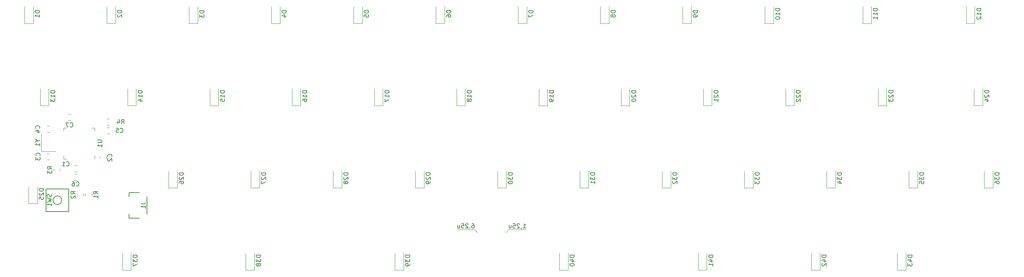
<source format=gbr>
G04 #@! TF.GenerationSoftware,KiCad,Pcbnew,(5.1.8)-1*
G04 #@! TF.CreationDate,2021-02-07T18:58:11+03:00*
G04 #@! TF.ProjectId,Rynok40,52796e6f-6b34-4302-9e6b-696361645f70,rev?*
G04 #@! TF.SameCoordinates,Original*
G04 #@! TF.FileFunction,Legend,Bot*
G04 #@! TF.FilePolarity,Positive*
%FSLAX46Y46*%
G04 Gerber Fmt 4.6, Leading zero omitted, Abs format (unit mm)*
G04 Created by KiCad (PCBNEW (5.1.8)-1) date 2021-02-07 18:58:11*
%MOMM*%
%LPD*%
G01*
G04 APERTURE LIST*
%ADD10C,0.120000*%
%ADD11C,0.150000*%
G04 APERTURE END LIST*
D10*
X202088750Y-232251250D02*
X206057500Y-232251250D01*
X206851250Y-233045000D02*
X206057500Y-232251250D01*
D11*
X217320595Y-231909880D02*
X217892023Y-231909880D01*
X217606309Y-231909880D02*
X217606309Y-230909880D01*
X217701547Y-231052738D01*
X217796785Y-231147976D01*
X217892023Y-231195595D01*
X216844404Y-231862261D02*
X216844404Y-231909880D01*
X216892023Y-232005119D01*
X216939642Y-232052738D01*
X216463452Y-231005119D02*
X216415833Y-230957500D01*
X216320595Y-230909880D01*
X216082500Y-230909880D01*
X215987261Y-230957500D01*
X215939642Y-231005119D01*
X215892023Y-231100357D01*
X215892023Y-231195595D01*
X215939642Y-231338452D01*
X216511071Y-231909880D01*
X215892023Y-231909880D01*
X214987261Y-230909880D02*
X215463452Y-230909880D01*
X215511071Y-231386071D01*
X215463452Y-231338452D01*
X215368214Y-231290833D01*
X215130119Y-231290833D01*
X215034880Y-231338452D01*
X214987261Y-231386071D01*
X214939642Y-231481309D01*
X214939642Y-231719404D01*
X214987261Y-231814642D01*
X215034880Y-231862261D01*
X215130119Y-231909880D01*
X215368214Y-231909880D01*
X215463452Y-231862261D01*
X215511071Y-231814642D01*
X214082500Y-231243214D02*
X214082500Y-231909880D01*
X214511071Y-231243214D02*
X214511071Y-231767023D01*
X214463452Y-231862261D01*
X214368214Y-231909880D01*
X214225357Y-231909880D01*
X214130119Y-231862261D01*
X214082500Y-231814642D01*
D10*
X213995000Y-232251250D02*
X217963750Y-232251250D01*
X213201250Y-233045000D02*
X213995000Y-232251250D01*
D11*
X205509583Y-230909880D02*
X205700059Y-230909880D01*
X205795297Y-230957500D01*
X205842916Y-231005119D01*
X205938154Y-231147976D01*
X205985773Y-231338452D01*
X205985773Y-231719404D01*
X205938154Y-231814642D01*
X205890535Y-231862261D01*
X205795297Y-231909880D01*
X205604821Y-231909880D01*
X205509583Y-231862261D01*
X205461964Y-231814642D01*
X205414345Y-231719404D01*
X205414345Y-231481309D01*
X205461964Y-231386071D01*
X205509583Y-231338452D01*
X205604821Y-231290833D01*
X205795297Y-231290833D01*
X205890535Y-231338452D01*
X205938154Y-231386071D01*
X205985773Y-231481309D01*
X204985773Y-231814642D02*
X204938154Y-231862261D01*
X204985773Y-231909880D01*
X205033392Y-231862261D01*
X204985773Y-231814642D01*
X204985773Y-231909880D01*
X204557202Y-231005119D02*
X204509583Y-230957500D01*
X204414345Y-230909880D01*
X204176250Y-230909880D01*
X204081011Y-230957500D01*
X204033392Y-231005119D01*
X203985773Y-231100357D01*
X203985773Y-231195595D01*
X204033392Y-231338452D01*
X204604821Y-231909880D01*
X203985773Y-231909880D01*
X203081011Y-230909880D02*
X203557202Y-230909880D01*
X203604821Y-231386071D01*
X203557202Y-231338452D01*
X203461964Y-231290833D01*
X203223869Y-231290833D01*
X203128630Y-231338452D01*
X203081011Y-231386071D01*
X203033392Y-231481309D01*
X203033392Y-231719404D01*
X203081011Y-231814642D01*
X203128630Y-231862261D01*
X203223869Y-231909880D01*
X203461964Y-231909880D01*
X203557202Y-231862261D01*
X203604821Y-231814642D01*
X202176250Y-231243214D02*
X202176250Y-231909880D01*
X202604821Y-231243214D02*
X202604821Y-231767023D01*
X202557202Y-231862261D01*
X202461964Y-231909880D01*
X202319107Y-231909880D01*
X202223869Y-231862261D01*
X202176250Y-231814642D01*
D10*
X308657500Y-222595000D02*
X306657500Y-222595000D01*
X306657500Y-222595000D02*
X306657500Y-218695000D01*
X308657500Y-222595000D02*
X308657500Y-218695000D01*
X118097564Y-215161411D02*
X118097564Y-215886411D01*
X110877564Y-208666411D02*
X111602564Y-208666411D01*
X110877564Y-209391411D02*
X110877564Y-208666411D01*
X110877564Y-215886411D02*
X111602564Y-215886411D01*
X110877564Y-215161411D02*
X110877564Y-215886411D01*
X118097564Y-208666411D02*
X117372564Y-208666411D01*
X118097564Y-209391411D02*
X118097564Y-208666411D01*
X108995064Y-214150160D02*
X105695064Y-214150160D01*
X105695064Y-214150160D02*
X105695064Y-210150160D01*
D11*
X106857100Y-222846520D02*
X106857100Y-228046520D01*
X106857100Y-228046520D02*
X112057100Y-228046520D01*
X112057100Y-228046520D02*
X112057100Y-222846520D01*
X112057100Y-222846520D02*
X106857100Y-222846520D01*
X110457100Y-225446520D02*
G75*
G03*
X110457100Y-225446520I-1000000J0D01*
G01*
D10*
X120956548Y-207974000D02*
X121479052Y-207974000D01*
X120956548Y-206554000D02*
X121479052Y-206554000D01*
X110031600Y-218659452D02*
X110031600Y-218136948D01*
X108611600Y-218659452D02*
X108611600Y-218136948D01*
X114100064Y-223908907D02*
X114100064Y-224431411D01*
X115520064Y-223908907D02*
X115520064Y-224431411D01*
X116012564Y-223908907D02*
X116012564Y-224431411D01*
X117432564Y-223908907D02*
X117432564Y-224431411D01*
D11*
X126025000Y-223642500D02*
X126025000Y-224642500D01*
X128425000Y-223642500D02*
X126025000Y-223642500D01*
X130225000Y-228642500D02*
X130225000Y-224642500D01*
X126025000Y-229642500D02*
X128425000Y-229642500D01*
X126025000Y-228642500D02*
X126025000Y-229642500D01*
D10*
X112503478Y-205588800D02*
X111986322Y-205588800D01*
X112503478Y-207008800D02*
X111986322Y-207008800D01*
X113393986Y-220813910D02*
X113911142Y-220813910D01*
X113393986Y-219393910D02*
X113911142Y-219393910D01*
X120973322Y-210006000D02*
X121490478Y-210006000D01*
X120973322Y-208586000D02*
X121490478Y-208586000D01*
X107603642Y-208265160D02*
X107086486Y-208265160D01*
X107603642Y-209685160D02*
X107086486Y-209685160D01*
X107086486Y-216035160D02*
X107603642Y-216035160D01*
X107086486Y-214615160D02*
X107603642Y-214615160D01*
X120699600Y-215826078D02*
X120699600Y-215308922D01*
X119279600Y-215826078D02*
X119279600Y-215308922D01*
X113398986Y-217393910D02*
X113916142Y-217393910D01*
X113398986Y-218813910D02*
X113916142Y-218813910D01*
X137207500Y-222595000D02*
X137207500Y-218695000D01*
X135207500Y-222595000D02*
X135207500Y-218695000D01*
X137207500Y-222595000D02*
X135207500Y-222595000D01*
X107442050Y-203545000D02*
X105442050Y-203545000D01*
X105442050Y-203545000D02*
X105442050Y-199645000D01*
X107442050Y-203545000D02*
X107442050Y-199645000D01*
X305938750Y-241645000D02*
X303938750Y-241645000D01*
X303938750Y-241645000D02*
X303938750Y-237745000D01*
X305938750Y-241645000D02*
X305938750Y-237745000D01*
X286036000Y-241645000D02*
X284036000Y-241645000D01*
X284036000Y-241645000D02*
X284036000Y-237745000D01*
X286036000Y-241645000D02*
X286036000Y-237745000D01*
X259842250Y-241645000D02*
X257842250Y-241645000D01*
X257842250Y-241645000D02*
X257842250Y-237745000D01*
X259842250Y-241645000D02*
X259842250Y-237745000D01*
X227695250Y-241645000D02*
X225695250Y-241645000D01*
X225695250Y-241645000D02*
X225695250Y-237745000D01*
X227695250Y-241645000D02*
X227695250Y-237745000D01*
X189595250Y-241645000D02*
X187595250Y-241645000D01*
X187595250Y-241645000D02*
X187595250Y-237745000D01*
X189595250Y-241645000D02*
X189595250Y-237745000D01*
X155064000Y-241645000D02*
X153064000Y-241645000D01*
X153064000Y-241645000D02*
X153064000Y-237745000D01*
X155064000Y-241645000D02*
X155064000Y-237745000D01*
X126492250Y-241645000D02*
X124492250Y-241645000D01*
X124492250Y-241645000D02*
X124492250Y-237745000D01*
X126492250Y-241645000D02*
X126492250Y-237745000D01*
X326120000Y-222595000D02*
X324120000Y-222595000D01*
X324120000Y-222595000D02*
X324120000Y-218695000D01*
X326120000Y-222595000D02*
X326120000Y-218695000D01*
X289607500Y-222595000D02*
X287607500Y-222595000D01*
X287607500Y-222595000D02*
X287607500Y-218695000D01*
X289607500Y-222595000D02*
X289607500Y-218695000D01*
X270557500Y-222595000D02*
X268557500Y-222595000D01*
X268557500Y-222595000D02*
X268557500Y-218695000D01*
X270557500Y-222595000D02*
X270557500Y-218695000D01*
X251507500Y-222595000D02*
X249507500Y-222595000D01*
X249507500Y-222595000D02*
X249507500Y-218695000D01*
X251507500Y-222595000D02*
X251507500Y-218695000D01*
X232457500Y-222595000D02*
X230457500Y-222595000D01*
X230457500Y-222595000D02*
X230457500Y-218695000D01*
X232457500Y-222595000D02*
X232457500Y-218695000D01*
X213407500Y-222595000D02*
X211407500Y-222595000D01*
X211407500Y-222595000D02*
X211407500Y-218695000D01*
X213407500Y-222595000D02*
X213407500Y-218695000D01*
X194357500Y-222595000D02*
X192357500Y-222595000D01*
X192357500Y-222595000D02*
X192357500Y-218695000D01*
X194357500Y-222595000D02*
X194357500Y-218695000D01*
X175307500Y-222595000D02*
X173307500Y-222595000D01*
X173307500Y-222595000D02*
X173307500Y-218695000D01*
X175307500Y-222595000D02*
X175307500Y-218695000D01*
X156257500Y-222595000D02*
X154257500Y-222595000D01*
X154257500Y-222595000D02*
X154257500Y-218695000D01*
X156257500Y-222595000D02*
X156257500Y-218695000D01*
X104770000Y-226240000D02*
X102770000Y-226240000D01*
X102770000Y-226240000D02*
X102770000Y-222340000D01*
X104770000Y-226240000D02*
X104770000Y-222340000D01*
X323739000Y-203545000D02*
X323739000Y-199645000D01*
X321739000Y-203545000D02*
X321739000Y-199645000D01*
X323739000Y-203545000D02*
X321739000Y-203545000D01*
X301514000Y-203545000D02*
X299514000Y-203545000D01*
X299514000Y-203545000D02*
X299514000Y-199645000D01*
X301514000Y-203545000D02*
X301514000Y-199645000D01*
X280082500Y-203545000D02*
X278082500Y-203545000D01*
X278082500Y-203545000D02*
X278082500Y-199645000D01*
X280082500Y-203545000D02*
X280082500Y-199645000D01*
X261032500Y-203545000D02*
X259032500Y-203545000D01*
X259032500Y-203545000D02*
X259032500Y-199645000D01*
X261032500Y-203545000D02*
X261032500Y-199645000D01*
X241982500Y-203545000D02*
X239982500Y-203545000D01*
X239982500Y-203545000D02*
X239982500Y-199645000D01*
X241982500Y-203545000D02*
X241982500Y-199645000D01*
X222932500Y-203545000D02*
X222932500Y-199645000D01*
X220932500Y-203545000D02*
X220932500Y-199645000D01*
X222932500Y-203545000D02*
X220932500Y-203545000D01*
X203882500Y-203545000D02*
X203882500Y-199645000D01*
X201882500Y-203545000D02*
X201882500Y-199645000D01*
X203882500Y-203545000D02*
X201882500Y-203545000D01*
X184832500Y-203545000D02*
X184832500Y-199645000D01*
X182832500Y-203545000D02*
X182832500Y-199645000D01*
X184832500Y-203545000D02*
X182832500Y-203545000D01*
X165782500Y-203545000D02*
X165782500Y-199645000D01*
X163782500Y-203545000D02*
X163782500Y-199645000D01*
X165782500Y-203545000D02*
X163782500Y-203545000D01*
X146732500Y-203545000D02*
X146732500Y-199645000D01*
X144732500Y-203545000D02*
X144732500Y-199645000D01*
X146732500Y-203545000D02*
X144732500Y-203545000D01*
X127682500Y-203545000D02*
X127682500Y-199645000D01*
X125682500Y-203545000D02*
X125682500Y-199645000D01*
X127682500Y-203545000D02*
X125682500Y-203545000D01*
X321914000Y-184495000D02*
X321914000Y-180595000D01*
X319914000Y-184495000D02*
X319914000Y-180595000D01*
X321914000Y-184495000D02*
X319914000Y-184495000D01*
X297941750Y-184495000D02*
X297941750Y-180595000D01*
X295941750Y-184495000D02*
X295941750Y-180595000D01*
X297941750Y-184495000D02*
X295941750Y-184495000D01*
X275320000Y-184495000D02*
X275320000Y-180595000D01*
X273320000Y-184495000D02*
X273320000Y-180595000D01*
X275320000Y-184495000D02*
X273320000Y-184495000D01*
X256270000Y-184495000D02*
X256270000Y-180595000D01*
X254270000Y-184495000D02*
X254270000Y-180595000D01*
X256270000Y-184495000D02*
X254270000Y-184495000D01*
X237220000Y-184495000D02*
X237220000Y-180595000D01*
X235220000Y-184495000D02*
X235220000Y-180595000D01*
X237220000Y-184495000D02*
X235220000Y-184495000D01*
X218170000Y-184495000D02*
X218170000Y-180595000D01*
X216170000Y-184495000D02*
X216170000Y-180595000D01*
X218170000Y-184495000D02*
X216170000Y-184495000D01*
X199120000Y-184495000D02*
X197120000Y-184495000D01*
X197120000Y-184495000D02*
X197120000Y-180595000D01*
X199120000Y-184495000D02*
X199120000Y-180595000D01*
X180070000Y-184495000D02*
X180070000Y-180595000D01*
X178070000Y-184495000D02*
X178070000Y-180595000D01*
X180070000Y-184495000D02*
X178070000Y-184495000D01*
X161020000Y-184495000D02*
X159020000Y-184495000D01*
X159020000Y-184495000D02*
X159020000Y-180595000D01*
X161020000Y-184495000D02*
X161020000Y-180595000D01*
X141970000Y-184495000D02*
X139970000Y-184495000D01*
X139970000Y-184495000D02*
X139970000Y-180595000D01*
X141970000Y-184495000D02*
X141970000Y-180595000D01*
X122920000Y-184495000D02*
X122920000Y-180595000D01*
X120920000Y-184495000D02*
X120920000Y-180595000D01*
X122920000Y-184495000D02*
X120920000Y-184495000D01*
X103870000Y-184495000D02*
X103870000Y-180595000D01*
X101870000Y-184495000D02*
X101870000Y-180595000D01*
X103870000Y-184495000D02*
X101870000Y-184495000D01*
D11*
X310109880Y-219130714D02*
X309109880Y-219130714D01*
X309109880Y-219368809D01*
X309157500Y-219511666D01*
X309252738Y-219606904D01*
X309347976Y-219654523D01*
X309538452Y-219702142D01*
X309681309Y-219702142D01*
X309871785Y-219654523D01*
X309967023Y-219606904D01*
X310062261Y-219511666D01*
X310109880Y-219368809D01*
X310109880Y-219130714D01*
X309109880Y-220035476D02*
X309109880Y-220654523D01*
X309490833Y-220321190D01*
X309490833Y-220464047D01*
X309538452Y-220559285D01*
X309586071Y-220606904D01*
X309681309Y-220654523D01*
X309919404Y-220654523D01*
X310014642Y-220606904D01*
X310062261Y-220559285D01*
X310109880Y-220464047D01*
X310109880Y-220178333D01*
X310062261Y-220083095D01*
X310014642Y-220035476D01*
X309109880Y-221559285D02*
X309109880Y-221083095D01*
X309586071Y-221035476D01*
X309538452Y-221083095D01*
X309490833Y-221178333D01*
X309490833Y-221416428D01*
X309538452Y-221511666D01*
X309586071Y-221559285D01*
X309681309Y-221606904D01*
X309919404Y-221606904D01*
X310014642Y-221559285D01*
X310062261Y-221511666D01*
X310109880Y-221416428D01*
X310109880Y-221178333D01*
X310062261Y-221083095D01*
X310014642Y-221035476D01*
X118759944Y-211514506D02*
X119569468Y-211514506D01*
X119664706Y-211562125D01*
X119712325Y-211609744D01*
X119759944Y-211704982D01*
X119759944Y-211895458D01*
X119712325Y-211990696D01*
X119664706Y-212038315D01*
X119569468Y-212085934D01*
X118759944Y-212085934D01*
X119759944Y-213085934D02*
X119759944Y-212514506D01*
X119759944Y-212800220D02*
X118759944Y-212800220D01*
X118902802Y-212704982D01*
X118998040Y-212609744D01*
X119045659Y-212514506D01*
X104896190Y-211643809D02*
X105372380Y-211643809D01*
X104372380Y-211310476D02*
X104896190Y-211643809D01*
X104372380Y-211977142D01*
X105372380Y-212834285D02*
X105372380Y-212262857D01*
X105372380Y-212548571D02*
X104372380Y-212548571D01*
X104515238Y-212453333D01*
X104610476Y-212358095D01*
X104658095Y-212262857D01*
X108071861Y-224080686D02*
X108119480Y-224223543D01*
X108119480Y-224461639D01*
X108071861Y-224556877D01*
X108024242Y-224604496D01*
X107929004Y-224652115D01*
X107833766Y-224652115D01*
X107738528Y-224604496D01*
X107690909Y-224556877D01*
X107643290Y-224461639D01*
X107595671Y-224271162D01*
X107548052Y-224175924D01*
X107500433Y-224128305D01*
X107405195Y-224080686D01*
X107309957Y-224080686D01*
X107214719Y-224128305D01*
X107167100Y-224175924D01*
X107119480Y-224271162D01*
X107119480Y-224509258D01*
X107167100Y-224652115D01*
X107119480Y-224985448D02*
X108119480Y-225223543D01*
X107405195Y-225414020D01*
X108119480Y-225604496D01*
X107119480Y-225842591D01*
X108119480Y-226747353D02*
X108119480Y-226175924D01*
X108119480Y-226461639D02*
X107119480Y-226461639D01*
X107262338Y-226366400D01*
X107357576Y-226271162D01*
X107405195Y-226175924D01*
X124284466Y-207716380D02*
X124617800Y-207240190D01*
X124855895Y-207716380D02*
X124855895Y-206716380D01*
X124474942Y-206716380D01*
X124379704Y-206764000D01*
X124332085Y-206811619D01*
X124284466Y-206906857D01*
X124284466Y-207049714D01*
X124332085Y-207144952D01*
X124379704Y-207192571D01*
X124474942Y-207240190D01*
X124855895Y-207240190D01*
X123427323Y-207049714D02*
X123427323Y-207716380D01*
X123665419Y-206668761D02*
X123903514Y-207383047D01*
X123284466Y-207383047D01*
X108193980Y-218254033D02*
X107717790Y-217920700D01*
X108193980Y-217682604D02*
X107193980Y-217682604D01*
X107193980Y-218063557D01*
X107241600Y-218158795D01*
X107289219Y-218206414D01*
X107384457Y-218254033D01*
X107527314Y-218254033D01*
X107622552Y-218206414D01*
X107670171Y-218158795D01*
X107717790Y-218063557D01*
X107717790Y-217682604D01*
X107193980Y-218587366D02*
X107193980Y-219206414D01*
X107574933Y-218873080D01*
X107574933Y-219015938D01*
X107622552Y-219111176D01*
X107670171Y-219158795D01*
X107765409Y-219206414D01*
X108003504Y-219206414D01*
X108098742Y-219158795D01*
X108146361Y-219111176D01*
X108193980Y-219015938D01*
X108193980Y-218730223D01*
X108146361Y-218634985D01*
X108098742Y-218587366D01*
X113612444Y-224003492D02*
X113136254Y-223670159D01*
X113612444Y-223432063D02*
X112612444Y-223432063D01*
X112612444Y-223813016D01*
X112660064Y-223908254D01*
X112707683Y-223955873D01*
X112802921Y-224003492D01*
X112945778Y-224003492D01*
X113041016Y-223955873D01*
X113088635Y-223908254D01*
X113136254Y-223813016D01*
X113136254Y-223432063D01*
X112707683Y-224384444D02*
X112660064Y-224432063D01*
X112612444Y-224527301D01*
X112612444Y-224765397D01*
X112660064Y-224860635D01*
X112707683Y-224908254D01*
X112802921Y-224955873D01*
X112898159Y-224955873D01*
X113041016Y-224908254D01*
X113612444Y-224336825D01*
X113612444Y-224955873D01*
X118822380Y-223953333D02*
X118346190Y-223620000D01*
X118822380Y-223381904D02*
X117822380Y-223381904D01*
X117822380Y-223762857D01*
X117870000Y-223858095D01*
X117917619Y-223905714D01*
X118012857Y-223953333D01*
X118155714Y-223953333D01*
X118250952Y-223905714D01*
X118298571Y-223858095D01*
X118346190Y-223762857D01*
X118346190Y-223381904D01*
X118822380Y-224905714D02*
X118822380Y-224334285D01*
X118822380Y-224620000D02*
X117822380Y-224620000D01*
X117965238Y-224524761D01*
X118060476Y-224429523D01*
X118108095Y-224334285D01*
X128827380Y-226306166D02*
X129541666Y-226306166D01*
X129684523Y-226258547D01*
X129779761Y-226163309D01*
X129827380Y-226020452D01*
X129827380Y-225925214D01*
X129827380Y-227306166D02*
X129827380Y-226734738D01*
X129827380Y-227020452D02*
X128827380Y-227020452D01*
X128970238Y-226925214D01*
X129065476Y-226829976D01*
X129113095Y-226734738D01*
X112406566Y-208385942D02*
X112454185Y-208433561D01*
X112597042Y-208481180D01*
X112692280Y-208481180D01*
X112835138Y-208433561D01*
X112930376Y-208338323D01*
X112977995Y-208243085D01*
X113025614Y-208052609D01*
X113025614Y-207909752D01*
X112977995Y-207719276D01*
X112930376Y-207624038D01*
X112835138Y-207528800D01*
X112692280Y-207481180D01*
X112597042Y-207481180D01*
X112454185Y-207528800D01*
X112406566Y-207576419D01*
X112073233Y-207481180D02*
X111406566Y-207481180D01*
X111835138Y-208481180D01*
X113819230Y-222077142D02*
X113866849Y-222124761D01*
X114009706Y-222172380D01*
X114104944Y-222172380D01*
X114247802Y-222124761D01*
X114343040Y-222029523D01*
X114390659Y-221934285D01*
X114438278Y-221743809D01*
X114438278Y-221600952D01*
X114390659Y-221410476D01*
X114343040Y-221315238D01*
X114247802Y-221220000D01*
X114104944Y-221172380D01*
X114009706Y-221172380D01*
X113866849Y-221220000D01*
X113819230Y-221267619D01*
X112962087Y-221172380D02*
X113152564Y-221172380D01*
X113247802Y-221220000D01*
X113295421Y-221267619D01*
X113390659Y-221410476D01*
X113438278Y-221600952D01*
X113438278Y-221981904D01*
X113390659Y-222077142D01*
X113343040Y-222124761D01*
X113247802Y-222172380D01*
X113057325Y-222172380D01*
X112962087Y-222124761D01*
X112914468Y-222077142D01*
X112866849Y-221981904D01*
X112866849Y-221743809D01*
X112914468Y-221648571D01*
X112962087Y-221600952D01*
X113057325Y-221553333D01*
X113247802Y-221553333D01*
X113343040Y-221600952D01*
X113390659Y-221648571D01*
X113438278Y-221743809D01*
X124011066Y-209653142D02*
X124058685Y-209700761D01*
X124201542Y-209748380D01*
X124296780Y-209748380D01*
X124439638Y-209700761D01*
X124534876Y-209605523D01*
X124582495Y-209510285D01*
X124630114Y-209319809D01*
X124630114Y-209176952D01*
X124582495Y-208986476D01*
X124534876Y-208891238D01*
X124439638Y-208796000D01*
X124296780Y-208748380D01*
X124201542Y-208748380D01*
X124058685Y-208796000D01*
X124011066Y-208843619D01*
X123106304Y-208748380D02*
X123582495Y-208748380D01*
X123630114Y-209224571D01*
X123582495Y-209176952D01*
X123487257Y-209129333D01*
X123249161Y-209129333D01*
X123153923Y-209176952D01*
X123106304Y-209224571D01*
X123058685Y-209319809D01*
X123058685Y-209557904D01*
X123106304Y-209653142D01*
X123153923Y-209700761D01*
X123249161Y-209748380D01*
X123487257Y-209748380D01*
X123582495Y-209700761D01*
X123630114Y-209653142D01*
X105277142Y-208803333D02*
X105324761Y-208755714D01*
X105372380Y-208612857D01*
X105372380Y-208517619D01*
X105324761Y-208374761D01*
X105229523Y-208279523D01*
X105134285Y-208231904D01*
X104943809Y-208184285D01*
X104800952Y-208184285D01*
X104610476Y-208231904D01*
X104515238Y-208279523D01*
X104420000Y-208374761D01*
X104372380Y-208517619D01*
X104372380Y-208612857D01*
X104420000Y-208755714D01*
X104467619Y-208803333D01*
X104705714Y-209660476D02*
X105372380Y-209660476D01*
X104324761Y-209422380D02*
X105039047Y-209184285D01*
X105039047Y-209803333D01*
X105377142Y-215153333D02*
X105424761Y-215105714D01*
X105472380Y-214962857D01*
X105472380Y-214867619D01*
X105424761Y-214724761D01*
X105329523Y-214629523D01*
X105234285Y-214581904D01*
X105043809Y-214534285D01*
X104900952Y-214534285D01*
X104710476Y-214581904D01*
X104615238Y-214629523D01*
X104520000Y-214724761D01*
X104472380Y-214867619D01*
X104472380Y-214962857D01*
X104520000Y-215105714D01*
X104567619Y-215153333D01*
X104472380Y-215486666D02*
X104472380Y-216105714D01*
X104853333Y-215772380D01*
X104853333Y-215915238D01*
X104900952Y-216010476D01*
X104948571Y-216058095D01*
X105043809Y-216105714D01*
X105281904Y-216105714D01*
X105377142Y-216058095D01*
X105424761Y-216010476D01*
X105472380Y-215915238D01*
X105472380Y-215629523D01*
X105424761Y-215534285D01*
X105377142Y-215486666D01*
X121996742Y-215400833D02*
X122044361Y-215353214D01*
X122091980Y-215210357D01*
X122091980Y-215115119D01*
X122044361Y-214972261D01*
X121949123Y-214877023D01*
X121853885Y-214829404D01*
X121663409Y-214781785D01*
X121520552Y-214781785D01*
X121330076Y-214829404D01*
X121234838Y-214877023D01*
X121139600Y-214972261D01*
X121091980Y-215115119D01*
X121091980Y-215210357D01*
X121139600Y-215353214D01*
X121187219Y-215400833D01*
X121187219Y-215781785D02*
X121139600Y-215829404D01*
X121091980Y-215924642D01*
X121091980Y-216162738D01*
X121139600Y-216257976D01*
X121187219Y-216305595D01*
X121282457Y-216353214D01*
X121377695Y-216353214D01*
X121520552Y-216305595D01*
X122091980Y-215734166D01*
X122091980Y-216353214D01*
X111536666Y-217427142D02*
X111584285Y-217474761D01*
X111727142Y-217522380D01*
X111822380Y-217522380D01*
X111965238Y-217474761D01*
X112060476Y-217379523D01*
X112108095Y-217284285D01*
X112155714Y-217093809D01*
X112155714Y-216950952D01*
X112108095Y-216760476D01*
X112060476Y-216665238D01*
X111965238Y-216570000D01*
X111822380Y-216522380D01*
X111727142Y-216522380D01*
X111584285Y-216570000D01*
X111536666Y-216617619D01*
X110584285Y-217522380D02*
X111155714Y-217522380D01*
X110870000Y-217522380D02*
X110870000Y-216522380D01*
X110965238Y-216665238D01*
X111060476Y-216760476D01*
X111155714Y-216808095D01*
X138659880Y-219130714D02*
X137659880Y-219130714D01*
X137659880Y-219368809D01*
X137707500Y-219511666D01*
X137802738Y-219606904D01*
X137897976Y-219654523D01*
X138088452Y-219702142D01*
X138231309Y-219702142D01*
X138421785Y-219654523D01*
X138517023Y-219606904D01*
X138612261Y-219511666D01*
X138659880Y-219368809D01*
X138659880Y-219130714D01*
X137755119Y-220083095D02*
X137707500Y-220130714D01*
X137659880Y-220225952D01*
X137659880Y-220464047D01*
X137707500Y-220559285D01*
X137755119Y-220606904D01*
X137850357Y-220654523D01*
X137945595Y-220654523D01*
X138088452Y-220606904D01*
X138659880Y-220035476D01*
X138659880Y-220654523D01*
X137659880Y-221511666D02*
X137659880Y-221321190D01*
X137707500Y-221225952D01*
X137755119Y-221178333D01*
X137897976Y-221083095D01*
X138088452Y-221035476D01*
X138469404Y-221035476D01*
X138564642Y-221083095D01*
X138612261Y-221130714D01*
X138659880Y-221225952D01*
X138659880Y-221416428D01*
X138612261Y-221511666D01*
X138564642Y-221559285D01*
X138469404Y-221606904D01*
X138231309Y-221606904D01*
X138136071Y-221559285D01*
X138088452Y-221511666D01*
X138040833Y-221416428D01*
X138040833Y-221225952D01*
X138088452Y-221130714D01*
X138136071Y-221083095D01*
X138231309Y-221035476D01*
X108894430Y-200080714D02*
X107894430Y-200080714D01*
X107894430Y-200318809D01*
X107942050Y-200461666D01*
X108037288Y-200556904D01*
X108132526Y-200604523D01*
X108323002Y-200652142D01*
X108465859Y-200652142D01*
X108656335Y-200604523D01*
X108751573Y-200556904D01*
X108846811Y-200461666D01*
X108894430Y-200318809D01*
X108894430Y-200080714D01*
X108894430Y-201604523D02*
X108894430Y-201033095D01*
X108894430Y-201318809D02*
X107894430Y-201318809D01*
X108037288Y-201223571D01*
X108132526Y-201128333D01*
X108180145Y-201033095D01*
X107894430Y-201937857D02*
X107894430Y-202556904D01*
X108275383Y-202223571D01*
X108275383Y-202366428D01*
X108323002Y-202461666D01*
X108370621Y-202509285D01*
X108465859Y-202556904D01*
X108703954Y-202556904D01*
X108799192Y-202509285D01*
X108846811Y-202461666D01*
X108894430Y-202366428D01*
X108894430Y-202080714D01*
X108846811Y-201985476D01*
X108799192Y-201937857D01*
X307391130Y-238180714D02*
X306391130Y-238180714D01*
X306391130Y-238418809D01*
X306438750Y-238561666D01*
X306533988Y-238656904D01*
X306629226Y-238704523D01*
X306819702Y-238752142D01*
X306962559Y-238752142D01*
X307153035Y-238704523D01*
X307248273Y-238656904D01*
X307343511Y-238561666D01*
X307391130Y-238418809D01*
X307391130Y-238180714D01*
X306724464Y-239609285D02*
X307391130Y-239609285D01*
X306343511Y-239371190D02*
X307057797Y-239133095D01*
X307057797Y-239752142D01*
X306391130Y-240037857D02*
X306391130Y-240656904D01*
X306772083Y-240323571D01*
X306772083Y-240466428D01*
X306819702Y-240561666D01*
X306867321Y-240609285D01*
X306962559Y-240656904D01*
X307200654Y-240656904D01*
X307295892Y-240609285D01*
X307343511Y-240561666D01*
X307391130Y-240466428D01*
X307391130Y-240180714D01*
X307343511Y-240085476D01*
X307295892Y-240037857D01*
X287488380Y-238180714D02*
X286488380Y-238180714D01*
X286488380Y-238418809D01*
X286536000Y-238561666D01*
X286631238Y-238656904D01*
X286726476Y-238704523D01*
X286916952Y-238752142D01*
X287059809Y-238752142D01*
X287250285Y-238704523D01*
X287345523Y-238656904D01*
X287440761Y-238561666D01*
X287488380Y-238418809D01*
X287488380Y-238180714D01*
X286821714Y-239609285D02*
X287488380Y-239609285D01*
X286440761Y-239371190D02*
X287155047Y-239133095D01*
X287155047Y-239752142D01*
X286583619Y-240085476D02*
X286536000Y-240133095D01*
X286488380Y-240228333D01*
X286488380Y-240466428D01*
X286536000Y-240561666D01*
X286583619Y-240609285D01*
X286678857Y-240656904D01*
X286774095Y-240656904D01*
X286916952Y-240609285D01*
X287488380Y-240037857D01*
X287488380Y-240656904D01*
X261294630Y-238180714D02*
X260294630Y-238180714D01*
X260294630Y-238418809D01*
X260342250Y-238561666D01*
X260437488Y-238656904D01*
X260532726Y-238704523D01*
X260723202Y-238752142D01*
X260866059Y-238752142D01*
X261056535Y-238704523D01*
X261151773Y-238656904D01*
X261247011Y-238561666D01*
X261294630Y-238418809D01*
X261294630Y-238180714D01*
X260627964Y-239609285D02*
X261294630Y-239609285D01*
X260247011Y-239371190D02*
X260961297Y-239133095D01*
X260961297Y-239752142D01*
X261294630Y-240656904D02*
X261294630Y-240085476D01*
X261294630Y-240371190D02*
X260294630Y-240371190D01*
X260437488Y-240275952D01*
X260532726Y-240180714D01*
X260580345Y-240085476D01*
X229147630Y-238180714D02*
X228147630Y-238180714D01*
X228147630Y-238418809D01*
X228195250Y-238561666D01*
X228290488Y-238656904D01*
X228385726Y-238704523D01*
X228576202Y-238752142D01*
X228719059Y-238752142D01*
X228909535Y-238704523D01*
X229004773Y-238656904D01*
X229100011Y-238561666D01*
X229147630Y-238418809D01*
X229147630Y-238180714D01*
X228480964Y-239609285D02*
X229147630Y-239609285D01*
X228100011Y-239371190D02*
X228814297Y-239133095D01*
X228814297Y-239752142D01*
X228147630Y-240323571D02*
X228147630Y-240418809D01*
X228195250Y-240514047D01*
X228242869Y-240561666D01*
X228338107Y-240609285D01*
X228528583Y-240656904D01*
X228766678Y-240656904D01*
X228957154Y-240609285D01*
X229052392Y-240561666D01*
X229100011Y-240514047D01*
X229147630Y-240418809D01*
X229147630Y-240323571D01*
X229100011Y-240228333D01*
X229052392Y-240180714D01*
X228957154Y-240133095D01*
X228766678Y-240085476D01*
X228528583Y-240085476D01*
X228338107Y-240133095D01*
X228242869Y-240180714D01*
X228195250Y-240228333D01*
X228147630Y-240323571D01*
X191047630Y-238180714D02*
X190047630Y-238180714D01*
X190047630Y-238418809D01*
X190095250Y-238561666D01*
X190190488Y-238656904D01*
X190285726Y-238704523D01*
X190476202Y-238752142D01*
X190619059Y-238752142D01*
X190809535Y-238704523D01*
X190904773Y-238656904D01*
X191000011Y-238561666D01*
X191047630Y-238418809D01*
X191047630Y-238180714D01*
X190047630Y-239085476D02*
X190047630Y-239704523D01*
X190428583Y-239371190D01*
X190428583Y-239514047D01*
X190476202Y-239609285D01*
X190523821Y-239656904D01*
X190619059Y-239704523D01*
X190857154Y-239704523D01*
X190952392Y-239656904D01*
X191000011Y-239609285D01*
X191047630Y-239514047D01*
X191047630Y-239228333D01*
X191000011Y-239133095D01*
X190952392Y-239085476D01*
X191047630Y-240180714D02*
X191047630Y-240371190D01*
X191000011Y-240466428D01*
X190952392Y-240514047D01*
X190809535Y-240609285D01*
X190619059Y-240656904D01*
X190238107Y-240656904D01*
X190142869Y-240609285D01*
X190095250Y-240561666D01*
X190047630Y-240466428D01*
X190047630Y-240275952D01*
X190095250Y-240180714D01*
X190142869Y-240133095D01*
X190238107Y-240085476D01*
X190476202Y-240085476D01*
X190571440Y-240133095D01*
X190619059Y-240180714D01*
X190666678Y-240275952D01*
X190666678Y-240466428D01*
X190619059Y-240561666D01*
X190571440Y-240609285D01*
X190476202Y-240656904D01*
X156516380Y-238180714D02*
X155516380Y-238180714D01*
X155516380Y-238418809D01*
X155564000Y-238561666D01*
X155659238Y-238656904D01*
X155754476Y-238704523D01*
X155944952Y-238752142D01*
X156087809Y-238752142D01*
X156278285Y-238704523D01*
X156373523Y-238656904D01*
X156468761Y-238561666D01*
X156516380Y-238418809D01*
X156516380Y-238180714D01*
X155516380Y-239085476D02*
X155516380Y-239704523D01*
X155897333Y-239371190D01*
X155897333Y-239514047D01*
X155944952Y-239609285D01*
X155992571Y-239656904D01*
X156087809Y-239704523D01*
X156325904Y-239704523D01*
X156421142Y-239656904D01*
X156468761Y-239609285D01*
X156516380Y-239514047D01*
X156516380Y-239228333D01*
X156468761Y-239133095D01*
X156421142Y-239085476D01*
X155944952Y-240275952D02*
X155897333Y-240180714D01*
X155849714Y-240133095D01*
X155754476Y-240085476D01*
X155706857Y-240085476D01*
X155611619Y-240133095D01*
X155564000Y-240180714D01*
X155516380Y-240275952D01*
X155516380Y-240466428D01*
X155564000Y-240561666D01*
X155611619Y-240609285D01*
X155706857Y-240656904D01*
X155754476Y-240656904D01*
X155849714Y-240609285D01*
X155897333Y-240561666D01*
X155944952Y-240466428D01*
X155944952Y-240275952D01*
X155992571Y-240180714D01*
X156040190Y-240133095D01*
X156135428Y-240085476D01*
X156325904Y-240085476D01*
X156421142Y-240133095D01*
X156468761Y-240180714D01*
X156516380Y-240275952D01*
X156516380Y-240466428D01*
X156468761Y-240561666D01*
X156421142Y-240609285D01*
X156325904Y-240656904D01*
X156135428Y-240656904D01*
X156040190Y-240609285D01*
X155992571Y-240561666D01*
X155944952Y-240466428D01*
X127944630Y-238180714D02*
X126944630Y-238180714D01*
X126944630Y-238418809D01*
X126992250Y-238561666D01*
X127087488Y-238656904D01*
X127182726Y-238704523D01*
X127373202Y-238752142D01*
X127516059Y-238752142D01*
X127706535Y-238704523D01*
X127801773Y-238656904D01*
X127897011Y-238561666D01*
X127944630Y-238418809D01*
X127944630Y-238180714D01*
X126944630Y-239085476D02*
X126944630Y-239704523D01*
X127325583Y-239371190D01*
X127325583Y-239514047D01*
X127373202Y-239609285D01*
X127420821Y-239656904D01*
X127516059Y-239704523D01*
X127754154Y-239704523D01*
X127849392Y-239656904D01*
X127897011Y-239609285D01*
X127944630Y-239514047D01*
X127944630Y-239228333D01*
X127897011Y-239133095D01*
X127849392Y-239085476D01*
X126944630Y-240037857D02*
X126944630Y-240704523D01*
X127944630Y-240275952D01*
X327572380Y-219130714D02*
X326572380Y-219130714D01*
X326572380Y-219368809D01*
X326620000Y-219511666D01*
X326715238Y-219606904D01*
X326810476Y-219654523D01*
X327000952Y-219702142D01*
X327143809Y-219702142D01*
X327334285Y-219654523D01*
X327429523Y-219606904D01*
X327524761Y-219511666D01*
X327572380Y-219368809D01*
X327572380Y-219130714D01*
X326572380Y-220035476D02*
X326572380Y-220654523D01*
X326953333Y-220321190D01*
X326953333Y-220464047D01*
X327000952Y-220559285D01*
X327048571Y-220606904D01*
X327143809Y-220654523D01*
X327381904Y-220654523D01*
X327477142Y-220606904D01*
X327524761Y-220559285D01*
X327572380Y-220464047D01*
X327572380Y-220178333D01*
X327524761Y-220083095D01*
X327477142Y-220035476D01*
X326572380Y-221511666D02*
X326572380Y-221321190D01*
X326620000Y-221225952D01*
X326667619Y-221178333D01*
X326810476Y-221083095D01*
X327000952Y-221035476D01*
X327381904Y-221035476D01*
X327477142Y-221083095D01*
X327524761Y-221130714D01*
X327572380Y-221225952D01*
X327572380Y-221416428D01*
X327524761Y-221511666D01*
X327477142Y-221559285D01*
X327381904Y-221606904D01*
X327143809Y-221606904D01*
X327048571Y-221559285D01*
X327000952Y-221511666D01*
X326953333Y-221416428D01*
X326953333Y-221225952D01*
X327000952Y-221130714D01*
X327048571Y-221083095D01*
X327143809Y-221035476D01*
X291059880Y-219130714D02*
X290059880Y-219130714D01*
X290059880Y-219368809D01*
X290107500Y-219511666D01*
X290202738Y-219606904D01*
X290297976Y-219654523D01*
X290488452Y-219702142D01*
X290631309Y-219702142D01*
X290821785Y-219654523D01*
X290917023Y-219606904D01*
X291012261Y-219511666D01*
X291059880Y-219368809D01*
X291059880Y-219130714D01*
X290059880Y-220035476D02*
X290059880Y-220654523D01*
X290440833Y-220321190D01*
X290440833Y-220464047D01*
X290488452Y-220559285D01*
X290536071Y-220606904D01*
X290631309Y-220654523D01*
X290869404Y-220654523D01*
X290964642Y-220606904D01*
X291012261Y-220559285D01*
X291059880Y-220464047D01*
X291059880Y-220178333D01*
X291012261Y-220083095D01*
X290964642Y-220035476D01*
X290393214Y-221511666D02*
X291059880Y-221511666D01*
X290012261Y-221273571D02*
X290726547Y-221035476D01*
X290726547Y-221654523D01*
X272009880Y-219130714D02*
X271009880Y-219130714D01*
X271009880Y-219368809D01*
X271057500Y-219511666D01*
X271152738Y-219606904D01*
X271247976Y-219654523D01*
X271438452Y-219702142D01*
X271581309Y-219702142D01*
X271771785Y-219654523D01*
X271867023Y-219606904D01*
X271962261Y-219511666D01*
X272009880Y-219368809D01*
X272009880Y-219130714D01*
X271009880Y-220035476D02*
X271009880Y-220654523D01*
X271390833Y-220321190D01*
X271390833Y-220464047D01*
X271438452Y-220559285D01*
X271486071Y-220606904D01*
X271581309Y-220654523D01*
X271819404Y-220654523D01*
X271914642Y-220606904D01*
X271962261Y-220559285D01*
X272009880Y-220464047D01*
X272009880Y-220178333D01*
X271962261Y-220083095D01*
X271914642Y-220035476D01*
X271009880Y-220987857D02*
X271009880Y-221606904D01*
X271390833Y-221273571D01*
X271390833Y-221416428D01*
X271438452Y-221511666D01*
X271486071Y-221559285D01*
X271581309Y-221606904D01*
X271819404Y-221606904D01*
X271914642Y-221559285D01*
X271962261Y-221511666D01*
X272009880Y-221416428D01*
X272009880Y-221130714D01*
X271962261Y-221035476D01*
X271914642Y-220987857D01*
X252959880Y-219130714D02*
X251959880Y-219130714D01*
X251959880Y-219368809D01*
X252007500Y-219511666D01*
X252102738Y-219606904D01*
X252197976Y-219654523D01*
X252388452Y-219702142D01*
X252531309Y-219702142D01*
X252721785Y-219654523D01*
X252817023Y-219606904D01*
X252912261Y-219511666D01*
X252959880Y-219368809D01*
X252959880Y-219130714D01*
X251959880Y-220035476D02*
X251959880Y-220654523D01*
X252340833Y-220321190D01*
X252340833Y-220464047D01*
X252388452Y-220559285D01*
X252436071Y-220606904D01*
X252531309Y-220654523D01*
X252769404Y-220654523D01*
X252864642Y-220606904D01*
X252912261Y-220559285D01*
X252959880Y-220464047D01*
X252959880Y-220178333D01*
X252912261Y-220083095D01*
X252864642Y-220035476D01*
X252055119Y-221035476D02*
X252007500Y-221083095D01*
X251959880Y-221178333D01*
X251959880Y-221416428D01*
X252007500Y-221511666D01*
X252055119Y-221559285D01*
X252150357Y-221606904D01*
X252245595Y-221606904D01*
X252388452Y-221559285D01*
X252959880Y-220987857D01*
X252959880Y-221606904D01*
X233909880Y-219130714D02*
X232909880Y-219130714D01*
X232909880Y-219368809D01*
X232957500Y-219511666D01*
X233052738Y-219606904D01*
X233147976Y-219654523D01*
X233338452Y-219702142D01*
X233481309Y-219702142D01*
X233671785Y-219654523D01*
X233767023Y-219606904D01*
X233862261Y-219511666D01*
X233909880Y-219368809D01*
X233909880Y-219130714D01*
X232909880Y-220035476D02*
X232909880Y-220654523D01*
X233290833Y-220321190D01*
X233290833Y-220464047D01*
X233338452Y-220559285D01*
X233386071Y-220606904D01*
X233481309Y-220654523D01*
X233719404Y-220654523D01*
X233814642Y-220606904D01*
X233862261Y-220559285D01*
X233909880Y-220464047D01*
X233909880Y-220178333D01*
X233862261Y-220083095D01*
X233814642Y-220035476D01*
X233909880Y-221606904D02*
X233909880Y-221035476D01*
X233909880Y-221321190D02*
X232909880Y-221321190D01*
X233052738Y-221225952D01*
X233147976Y-221130714D01*
X233195595Y-221035476D01*
X214859880Y-219130714D02*
X213859880Y-219130714D01*
X213859880Y-219368809D01*
X213907500Y-219511666D01*
X214002738Y-219606904D01*
X214097976Y-219654523D01*
X214288452Y-219702142D01*
X214431309Y-219702142D01*
X214621785Y-219654523D01*
X214717023Y-219606904D01*
X214812261Y-219511666D01*
X214859880Y-219368809D01*
X214859880Y-219130714D01*
X213859880Y-220035476D02*
X213859880Y-220654523D01*
X214240833Y-220321190D01*
X214240833Y-220464047D01*
X214288452Y-220559285D01*
X214336071Y-220606904D01*
X214431309Y-220654523D01*
X214669404Y-220654523D01*
X214764642Y-220606904D01*
X214812261Y-220559285D01*
X214859880Y-220464047D01*
X214859880Y-220178333D01*
X214812261Y-220083095D01*
X214764642Y-220035476D01*
X213859880Y-221273571D02*
X213859880Y-221368809D01*
X213907500Y-221464047D01*
X213955119Y-221511666D01*
X214050357Y-221559285D01*
X214240833Y-221606904D01*
X214478928Y-221606904D01*
X214669404Y-221559285D01*
X214764642Y-221511666D01*
X214812261Y-221464047D01*
X214859880Y-221368809D01*
X214859880Y-221273571D01*
X214812261Y-221178333D01*
X214764642Y-221130714D01*
X214669404Y-221083095D01*
X214478928Y-221035476D01*
X214240833Y-221035476D01*
X214050357Y-221083095D01*
X213955119Y-221130714D01*
X213907500Y-221178333D01*
X213859880Y-221273571D01*
X195809880Y-219130714D02*
X194809880Y-219130714D01*
X194809880Y-219368809D01*
X194857500Y-219511666D01*
X194952738Y-219606904D01*
X195047976Y-219654523D01*
X195238452Y-219702142D01*
X195381309Y-219702142D01*
X195571785Y-219654523D01*
X195667023Y-219606904D01*
X195762261Y-219511666D01*
X195809880Y-219368809D01*
X195809880Y-219130714D01*
X194905119Y-220083095D02*
X194857500Y-220130714D01*
X194809880Y-220225952D01*
X194809880Y-220464047D01*
X194857500Y-220559285D01*
X194905119Y-220606904D01*
X195000357Y-220654523D01*
X195095595Y-220654523D01*
X195238452Y-220606904D01*
X195809880Y-220035476D01*
X195809880Y-220654523D01*
X195809880Y-221130714D02*
X195809880Y-221321190D01*
X195762261Y-221416428D01*
X195714642Y-221464047D01*
X195571785Y-221559285D01*
X195381309Y-221606904D01*
X195000357Y-221606904D01*
X194905119Y-221559285D01*
X194857500Y-221511666D01*
X194809880Y-221416428D01*
X194809880Y-221225952D01*
X194857500Y-221130714D01*
X194905119Y-221083095D01*
X195000357Y-221035476D01*
X195238452Y-221035476D01*
X195333690Y-221083095D01*
X195381309Y-221130714D01*
X195428928Y-221225952D01*
X195428928Y-221416428D01*
X195381309Y-221511666D01*
X195333690Y-221559285D01*
X195238452Y-221606904D01*
X176759880Y-219130714D02*
X175759880Y-219130714D01*
X175759880Y-219368809D01*
X175807500Y-219511666D01*
X175902738Y-219606904D01*
X175997976Y-219654523D01*
X176188452Y-219702142D01*
X176331309Y-219702142D01*
X176521785Y-219654523D01*
X176617023Y-219606904D01*
X176712261Y-219511666D01*
X176759880Y-219368809D01*
X176759880Y-219130714D01*
X175855119Y-220083095D02*
X175807500Y-220130714D01*
X175759880Y-220225952D01*
X175759880Y-220464047D01*
X175807500Y-220559285D01*
X175855119Y-220606904D01*
X175950357Y-220654523D01*
X176045595Y-220654523D01*
X176188452Y-220606904D01*
X176759880Y-220035476D01*
X176759880Y-220654523D01*
X176188452Y-221225952D02*
X176140833Y-221130714D01*
X176093214Y-221083095D01*
X175997976Y-221035476D01*
X175950357Y-221035476D01*
X175855119Y-221083095D01*
X175807500Y-221130714D01*
X175759880Y-221225952D01*
X175759880Y-221416428D01*
X175807500Y-221511666D01*
X175855119Y-221559285D01*
X175950357Y-221606904D01*
X175997976Y-221606904D01*
X176093214Y-221559285D01*
X176140833Y-221511666D01*
X176188452Y-221416428D01*
X176188452Y-221225952D01*
X176236071Y-221130714D01*
X176283690Y-221083095D01*
X176378928Y-221035476D01*
X176569404Y-221035476D01*
X176664642Y-221083095D01*
X176712261Y-221130714D01*
X176759880Y-221225952D01*
X176759880Y-221416428D01*
X176712261Y-221511666D01*
X176664642Y-221559285D01*
X176569404Y-221606904D01*
X176378928Y-221606904D01*
X176283690Y-221559285D01*
X176236071Y-221511666D01*
X176188452Y-221416428D01*
X157709880Y-219130714D02*
X156709880Y-219130714D01*
X156709880Y-219368809D01*
X156757500Y-219511666D01*
X156852738Y-219606904D01*
X156947976Y-219654523D01*
X157138452Y-219702142D01*
X157281309Y-219702142D01*
X157471785Y-219654523D01*
X157567023Y-219606904D01*
X157662261Y-219511666D01*
X157709880Y-219368809D01*
X157709880Y-219130714D01*
X156805119Y-220083095D02*
X156757500Y-220130714D01*
X156709880Y-220225952D01*
X156709880Y-220464047D01*
X156757500Y-220559285D01*
X156805119Y-220606904D01*
X156900357Y-220654523D01*
X156995595Y-220654523D01*
X157138452Y-220606904D01*
X157709880Y-220035476D01*
X157709880Y-220654523D01*
X156709880Y-220987857D02*
X156709880Y-221654523D01*
X157709880Y-221225952D01*
X106222380Y-222775714D02*
X105222380Y-222775714D01*
X105222380Y-223013809D01*
X105270000Y-223156666D01*
X105365238Y-223251904D01*
X105460476Y-223299523D01*
X105650952Y-223347142D01*
X105793809Y-223347142D01*
X105984285Y-223299523D01*
X106079523Y-223251904D01*
X106174761Y-223156666D01*
X106222380Y-223013809D01*
X106222380Y-222775714D01*
X105317619Y-223728095D02*
X105270000Y-223775714D01*
X105222380Y-223870952D01*
X105222380Y-224109047D01*
X105270000Y-224204285D01*
X105317619Y-224251904D01*
X105412857Y-224299523D01*
X105508095Y-224299523D01*
X105650952Y-224251904D01*
X106222380Y-223680476D01*
X106222380Y-224299523D01*
X105222380Y-225204285D02*
X105222380Y-224728095D01*
X105698571Y-224680476D01*
X105650952Y-224728095D01*
X105603333Y-224823333D01*
X105603333Y-225061428D01*
X105650952Y-225156666D01*
X105698571Y-225204285D01*
X105793809Y-225251904D01*
X106031904Y-225251904D01*
X106127142Y-225204285D01*
X106174761Y-225156666D01*
X106222380Y-225061428D01*
X106222380Y-224823333D01*
X106174761Y-224728095D01*
X106127142Y-224680476D01*
X325191380Y-200080714D02*
X324191380Y-200080714D01*
X324191380Y-200318809D01*
X324239000Y-200461666D01*
X324334238Y-200556904D01*
X324429476Y-200604523D01*
X324619952Y-200652142D01*
X324762809Y-200652142D01*
X324953285Y-200604523D01*
X325048523Y-200556904D01*
X325143761Y-200461666D01*
X325191380Y-200318809D01*
X325191380Y-200080714D01*
X324286619Y-201033095D02*
X324239000Y-201080714D01*
X324191380Y-201175952D01*
X324191380Y-201414047D01*
X324239000Y-201509285D01*
X324286619Y-201556904D01*
X324381857Y-201604523D01*
X324477095Y-201604523D01*
X324619952Y-201556904D01*
X325191380Y-200985476D01*
X325191380Y-201604523D01*
X324524714Y-202461666D02*
X325191380Y-202461666D01*
X324143761Y-202223571D02*
X324858047Y-201985476D01*
X324858047Y-202604523D01*
X302966380Y-200080714D02*
X301966380Y-200080714D01*
X301966380Y-200318809D01*
X302014000Y-200461666D01*
X302109238Y-200556904D01*
X302204476Y-200604523D01*
X302394952Y-200652142D01*
X302537809Y-200652142D01*
X302728285Y-200604523D01*
X302823523Y-200556904D01*
X302918761Y-200461666D01*
X302966380Y-200318809D01*
X302966380Y-200080714D01*
X302061619Y-201033095D02*
X302014000Y-201080714D01*
X301966380Y-201175952D01*
X301966380Y-201414047D01*
X302014000Y-201509285D01*
X302061619Y-201556904D01*
X302156857Y-201604523D01*
X302252095Y-201604523D01*
X302394952Y-201556904D01*
X302966380Y-200985476D01*
X302966380Y-201604523D01*
X301966380Y-201937857D02*
X301966380Y-202556904D01*
X302347333Y-202223571D01*
X302347333Y-202366428D01*
X302394952Y-202461666D01*
X302442571Y-202509285D01*
X302537809Y-202556904D01*
X302775904Y-202556904D01*
X302871142Y-202509285D01*
X302918761Y-202461666D01*
X302966380Y-202366428D01*
X302966380Y-202080714D01*
X302918761Y-201985476D01*
X302871142Y-201937857D01*
X281534880Y-200080714D02*
X280534880Y-200080714D01*
X280534880Y-200318809D01*
X280582500Y-200461666D01*
X280677738Y-200556904D01*
X280772976Y-200604523D01*
X280963452Y-200652142D01*
X281106309Y-200652142D01*
X281296785Y-200604523D01*
X281392023Y-200556904D01*
X281487261Y-200461666D01*
X281534880Y-200318809D01*
X281534880Y-200080714D01*
X280630119Y-201033095D02*
X280582500Y-201080714D01*
X280534880Y-201175952D01*
X280534880Y-201414047D01*
X280582500Y-201509285D01*
X280630119Y-201556904D01*
X280725357Y-201604523D01*
X280820595Y-201604523D01*
X280963452Y-201556904D01*
X281534880Y-200985476D01*
X281534880Y-201604523D01*
X280630119Y-201985476D02*
X280582500Y-202033095D01*
X280534880Y-202128333D01*
X280534880Y-202366428D01*
X280582500Y-202461666D01*
X280630119Y-202509285D01*
X280725357Y-202556904D01*
X280820595Y-202556904D01*
X280963452Y-202509285D01*
X281534880Y-201937857D01*
X281534880Y-202556904D01*
X262484880Y-200080714D02*
X261484880Y-200080714D01*
X261484880Y-200318809D01*
X261532500Y-200461666D01*
X261627738Y-200556904D01*
X261722976Y-200604523D01*
X261913452Y-200652142D01*
X262056309Y-200652142D01*
X262246785Y-200604523D01*
X262342023Y-200556904D01*
X262437261Y-200461666D01*
X262484880Y-200318809D01*
X262484880Y-200080714D01*
X261580119Y-201033095D02*
X261532500Y-201080714D01*
X261484880Y-201175952D01*
X261484880Y-201414047D01*
X261532500Y-201509285D01*
X261580119Y-201556904D01*
X261675357Y-201604523D01*
X261770595Y-201604523D01*
X261913452Y-201556904D01*
X262484880Y-200985476D01*
X262484880Y-201604523D01*
X262484880Y-202556904D02*
X262484880Y-201985476D01*
X262484880Y-202271190D02*
X261484880Y-202271190D01*
X261627738Y-202175952D01*
X261722976Y-202080714D01*
X261770595Y-201985476D01*
X243434880Y-200080714D02*
X242434880Y-200080714D01*
X242434880Y-200318809D01*
X242482500Y-200461666D01*
X242577738Y-200556904D01*
X242672976Y-200604523D01*
X242863452Y-200652142D01*
X243006309Y-200652142D01*
X243196785Y-200604523D01*
X243292023Y-200556904D01*
X243387261Y-200461666D01*
X243434880Y-200318809D01*
X243434880Y-200080714D01*
X242530119Y-201033095D02*
X242482500Y-201080714D01*
X242434880Y-201175952D01*
X242434880Y-201414047D01*
X242482500Y-201509285D01*
X242530119Y-201556904D01*
X242625357Y-201604523D01*
X242720595Y-201604523D01*
X242863452Y-201556904D01*
X243434880Y-200985476D01*
X243434880Y-201604523D01*
X242434880Y-202223571D02*
X242434880Y-202318809D01*
X242482500Y-202414047D01*
X242530119Y-202461666D01*
X242625357Y-202509285D01*
X242815833Y-202556904D01*
X243053928Y-202556904D01*
X243244404Y-202509285D01*
X243339642Y-202461666D01*
X243387261Y-202414047D01*
X243434880Y-202318809D01*
X243434880Y-202223571D01*
X243387261Y-202128333D01*
X243339642Y-202080714D01*
X243244404Y-202033095D01*
X243053928Y-201985476D01*
X242815833Y-201985476D01*
X242625357Y-202033095D01*
X242530119Y-202080714D01*
X242482500Y-202128333D01*
X242434880Y-202223571D01*
X224384880Y-200080714D02*
X223384880Y-200080714D01*
X223384880Y-200318809D01*
X223432500Y-200461666D01*
X223527738Y-200556904D01*
X223622976Y-200604523D01*
X223813452Y-200652142D01*
X223956309Y-200652142D01*
X224146785Y-200604523D01*
X224242023Y-200556904D01*
X224337261Y-200461666D01*
X224384880Y-200318809D01*
X224384880Y-200080714D01*
X224384880Y-201604523D02*
X224384880Y-201033095D01*
X224384880Y-201318809D02*
X223384880Y-201318809D01*
X223527738Y-201223571D01*
X223622976Y-201128333D01*
X223670595Y-201033095D01*
X224384880Y-202080714D02*
X224384880Y-202271190D01*
X224337261Y-202366428D01*
X224289642Y-202414047D01*
X224146785Y-202509285D01*
X223956309Y-202556904D01*
X223575357Y-202556904D01*
X223480119Y-202509285D01*
X223432500Y-202461666D01*
X223384880Y-202366428D01*
X223384880Y-202175952D01*
X223432500Y-202080714D01*
X223480119Y-202033095D01*
X223575357Y-201985476D01*
X223813452Y-201985476D01*
X223908690Y-202033095D01*
X223956309Y-202080714D01*
X224003928Y-202175952D01*
X224003928Y-202366428D01*
X223956309Y-202461666D01*
X223908690Y-202509285D01*
X223813452Y-202556904D01*
X205334880Y-200080714D02*
X204334880Y-200080714D01*
X204334880Y-200318809D01*
X204382500Y-200461666D01*
X204477738Y-200556904D01*
X204572976Y-200604523D01*
X204763452Y-200652142D01*
X204906309Y-200652142D01*
X205096785Y-200604523D01*
X205192023Y-200556904D01*
X205287261Y-200461666D01*
X205334880Y-200318809D01*
X205334880Y-200080714D01*
X205334880Y-201604523D02*
X205334880Y-201033095D01*
X205334880Y-201318809D02*
X204334880Y-201318809D01*
X204477738Y-201223571D01*
X204572976Y-201128333D01*
X204620595Y-201033095D01*
X204763452Y-202175952D02*
X204715833Y-202080714D01*
X204668214Y-202033095D01*
X204572976Y-201985476D01*
X204525357Y-201985476D01*
X204430119Y-202033095D01*
X204382500Y-202080714D01*
X204334880Y-202175952D01*
X204334880Y-202366428D01*
X204382500Y-202461666D01*
X204430119Y-202509285D01*
X204525357Y-202556904D01*
X204572976Y-202556904D01*
X204668214Y-202509285D01*
X204715833Y-202461666D01*
X204763452Y-202366428D01*
X204763452Y-202175952D01*
X204811071Y-202080714D01*
X204858690Y-202033095D01*
X204953928Y-201985476D01*
X205144404Y-201985476D01*
X205239642Y-202033095D01*
X205287261Y-202080714D01*
X205334880Y-202175952D01*
X205334880Y-202366428D01*
X205287261Y-202461666D01*
X205239642Y-202509285D01*
X205144404Y-202556904D01*
X204953928Y-202556904D01*
X204858690Y-202509285D01*
X204811071Y-202461666D01*
X204763452Y-202366428D01*
X186284880Y-200080714D02*
X185284880Y-200080714D01*
X185284880Y-200318809D01*
X185332500Y-200461666D01*
X185427738Y-200556904D01*
X185522976Y-200604523D01*
X185713452Y-200652142D01*
X185856309Y-200652142D01*
X186046785Y-200604523D01*
X186142023Y-200556904D01*
X186237261Y-200461666D01*
X186284880Y-200318809D01*
X186284880Y-200080714D01*
X186284880Y-201604523D02*
X186284880Y-201033095D01*
X186284880Y-201318809D02*
X185284880Y-201318809D01*
X185427738Y-201223571D01*
X185522976Y-201128333D01*
X185570595Y-201033095D01*
X185284880Y-201937857D02*
X185284880Y-202604523D01*
X186284880Y-202175952D01*
X167234880Y-200080714D02*
X166234880Y-200080714D01*
X166234880Y-200318809D01*
X166282500Y-200461666D01*
X166377738Y-200556904D01*
X166472976Y-200604523D01*
X166663452Y-200652142D01*
X166806309Y-200652142D01*
X166996785Y-200604523D01*
X167092023Y-200556904D01*
X167187261Y-200461666D01*
X167234880Y-200318809D01*
X167234880Y-200080714D01*
X167234880Y-201604523D02*
X167234880Y-201033095D01*
X167234880Y-201318809D02*
X166234880Y-201318809D01*
X166377738Y-201223571D01*
X166472976Y-201128333D01*
X166520595Y-201033095D01*
X166234880Y-202461666D02*
X166234880Y-202271190D01*
X166282500Y-202175952D01*
X166330119Y-202128333D01*
X166472976Y-202033095D01*
X166663452Y-201985476D01*
X167044404Y-201985476D01*
X167139642Y-202033095D01*
X167187261Y-202080714D01*
X167234880Y-202175952D01*
X167234880Y-202366428D01*
X167187261Y-202461666D01*
X167139642Y-202509285D01*
X167044404Y-202556904D01*
X166806309Y-202556904D01*
X166711071Y-202509285D01*
X166663452Y-202461666D01*
X166615833Y-202366428D01*
X166615833Y-202175952D01*
X166663452Y-202080714D01*
X166711071Y-202033095D01*
X166806309Y-201985476D01*
X148184880Y-200080714D02*
X147184880Y-200080714D01*
X147184880Y-200318809D01*
X147232500Y-200461666D01*
X147327738Y-200556904D01*
X147422976Y-200604523D01*
X147613452Y-200652142D01*
X147756309Y-200652142D01*
X147946785Y-200604523D01*
X148042023Y-200556904D01*
X148137261Y-200461666D01*
X148184880Y-200318809D01*
X148184880Y-200080714D01*
X148184880Y-201604523D02*
X148184880Y-201033095D01*
X148184880Y-201318809D02*
X147184880Y-201318809D01*
X147327738Y-201223571D01*
X147422976Y-201128333D01*
X147470595Y-201033095D01*
X147184880Y-202509285D02*
X147184880Y-202033095D01*
X147661071Y-201985476D01*
X147613452Y-202033095D01*
X147565833Y-202128333D01*
X147565833Y-202366428D01*
X147613452Y-202461666D01*
X147661071Y-202509285D01*
X147756309Y-202556904D01*
X147994404Y-202556904D01*
X148089642Y-202509285D01*
X148137261Y-202461666D01*
X148184880Y-202366428D01*
X148184880Y-202128333D01*
X148137261Y-202033095D01*
X148089642Y-201985476D01*
X129134880Y-200080714D02*
X128134880Y-200080714D01*
X128134880Y-200318809D01*
X128182500Y-200461666D01*
X128277738Y-200556904D01*
X128372976Y-200604523D01*
X128563452Y-200652142D01*
X128706309Y-200652142D01*
X128896785Y-200604523D01*
X128992023Y-200556904D01*
X129087261Y-200461666D01*
X129134880Y-200318809D01*
X129134880Y-200080714D01*
X129134880Y-201604523D02*
X129134880Y-201033095D01*
X129134880Y-201318809D02*
X128134880Y-201318809D01*
X128277738Y-201223571D01*
X128372976Y-201128333D01*
X128420595Y-201033095D01*
X128468214Y-202461666D02*
X129134880Y-202461666D01*
X128087261Y-202223571D02*
X128801547Y-201985476D01*
X128801547Y-202604523D01*
X323366380Y-181030714D02*
X322366380Y-181030714D01*
X322366380Y-181268809D01*
X322414000Y-181411666D01*
X322509238Y-181506904D01*
X322604476Y-181554523D01*
X322794952Y-181602142D01*
X322937809Y-181602142D01*
X323128285Y-181554523D01*
X323223523Y-181506904D01*
X323318761Y-181411666D01*
X323366380Y-181268809D01*
X323366380Y-181030714D01*
X323366380Y-182554523D02*
X323366380Y-181983095D01*
X323366380Y-182268809D02*
X322366380Y-182268809D01*
X322509238Y-182173571D01*
X322604476Y-182078333D01*
X322652095Y-181983095D01*
X322461619Y-182935476D02*
X322414000Y-182983095D01*
X322366380Y-183078333D01*
X322366380Y-183316428D01*
X322414000Y-183411666D01*
X322461619Y-183459285D01*
X322556857Y-183506904D01*
X322652095Y-183506904D01*
X322794952Y-183459285D01*
X323366380Y-182887857D01*
X323366380Y-183506904D01*
X299394130Y-181030714D02*
X298394130Y-181030714D01*
X298394130Y-181268809D01*
X298441750Y-181411666D01*
X298536988Y-181506904D01*
X298632226Y-181554523D01*
X298822702Y-181602142D01*
X298965559Y-181602142D01*
X299156035Y-181554523D01*
X299251273Y-181506904D01*
X299346511Y-181411666D01*
X299394130Y-181268809D01*
X299394130Y-181030714D01*
X299394130Y-182554523D02*
X299394130Y-181983095D01*
X299394130Y-182268809D02*
X298394130Y-182268809D01*
X298536988Y-182173571D01*
X298632226Y-182078333D01*
X298679845Y-181983095D01*
X299394130Y-183506904D02*
X299394130Y-182935476D01*
X299394130Y-183221190D02*
X298394130Y-183221190D01*
X298536988Y-183125952D01*
X298632226Y-183030714D01*
X298679845Y-182935476D01*
X276772380Y-181030714D02*
X275772380Y-181030714D01*
X275772380Y-181268809D01*
X275820000Y-181411666D01*
X275915238Y-181506904D01*
X276010476Y-181554523D01*
X276200952Y-181602142D01*
X276343809Y-181602142D01*
X276534285Y-181554523D01*
X276629523Y-181506904D01*
X276724761Y-181411666D01*
X276772380Y-181268809D01*
X276772380Y-181030714D01*
X276772380Y-182554523D02*
X276772380Y-181983095D01*
X276772380Y-182268809D02*
X275772380Y-182268809D01*
X275915238Y-182173571D01*
X276010476Y-182078333D01*
X276058095Y-181983095D01*
X275772380Y-183173571D02*
X275772380Y-183268809D01*
X275820000Y-183364047D01*
X275867619Y-183411666D01*
X275962857Y-183459285D01*
X276153333Y-183506904D01*
X276391428Y-183506904D01*
X276581904Y-183459285D01*
X276677142Y-183411666D01*
X276724761Y-183364047D01*
X276772380Y-183268809D01*
X276772380Y-183173571D01*
X276724761Y-183078333D01*
X276677142Y-183030714D01*
X276581904Y-182983095D01*
X276391428Y-182935476D01*
X276153333Y-182935476D01*
X275962857Y-182983095D01*
X275867619Y-183030714D01*
X275820000Y-183078333D01*
X275772380Y-183173571D01*
X257722380Y-181506904D02*
X256722380Y-181506904D01*
X256722380Y-181745000D01*
X256770000Y-181887857D01*
X256865238Y-181983095D01*
X256960476Y-182030714D01*
X257150952Y-182078333D01*
X257293809Y-182078333D01*
X257484285Y-182030714D01*
X257579523Y-181983095D01*
X257674761Y-181887857D01*
X257722380Y-181745000D01*
X257722380Y-181506904D01*
X257722380Y-182554523D02*
X257722380Y-182745000D01*
X257674761Y-182840238D01*
X257627142Y-182887857D01*
X257484285Y-182983095D01*
X257293809Y-183030714D01*
X256912857Y-183030714D01*
X256817619Y-182983095D01*
X256770000Y-182935476D01*
X256722380Y-182840238D01*
X256722380Y-182649761D01*
X256770000Y-182554523D01*
X256817619Y-182506904D01*
X256912857Y-182459285D01*
X257150952Y-182459285D01*
X257246190Y-182506904D01*
X257293809Y-182554523D01*
X257341428Y-182649761D01*
X257341428Y-182840238D01*
X257293809Y-182935476D01*
X257246190Y-182983095D01*
X257150952Y-183030714D01*
X238672380Y-181506904D02*
X237672380Y-181506904D01*
X237672380Y-181745000D01*
X237720000Y-181887857D01*
X237815238Y-181983095D01*
X237910476Y-182030714D01*
X238100952Y-182078333D01*
X238243809Y-182078333D01*
X238434285Y-182030714D01*
X238529523Y-181983095D01*
X238624761Y-181887857D01*
X238672380Y-181745000D01*
X238672380Y-181506904D01*
X238100952Y-182649761D02*
X238053333Y-182554523D01*
X238005714Y-182506904D01*
X237910476Y-182459285D01*
X237862857Y-182459285D01*
X237767619Y-182506904D01*
X237720000Y-182554523D01*
X237672380Y-182649761D01*
X237672380Y-182840238D01*
X237720000Y-182935476D01*
X237767619Y-182983095D01*
X237862857Y-183030714D01*
X237910476Y-183030714D01*
X238005714Y-182983095D01*
X238053333Y-182935476D01*
X238100952Y-182840238D01*
X238100952Y-182649761D01*
X238148571Y-182554523D01*
X238196190Y-182506904D01*
X238291428Y-182459285D01*
X238481904Y-182459285D01*
X238577142Y-182506904D01*
X238624761Y-182554523D01*
X238672380Y-182649761D01*
X238672380Y-182840238D01*
X238624761Y-182935476D01*
X238577142Y-182983095D01*
X238481904Y-183030714D01*
X238291428Y-183030714D01*
X238196190Y-182983095D01*
X238148571Y-182935476D01*
X238100952Y-182840238D01*
X219622380Y-181506904D02*
X218622380Y-181506904D01*
X218622380Y-181745000D01*
X218670000Y-181887857D01*
X218765238Y-181983095D01*
X218860476Y-182030714D01*
X219050952Y-182078333D01*
X219193809Y-182078333D01*
X219384285Y-182030714D01*
X219479523Y-181983095D01*
X219574761Y-181887857D01*
X219622380Y-181745000D01*
X219622380Y-181506904D01*
X218622380Y-182411666D02*
X218622380Y-183078333D01*
X219622380Y-182649761D01*
X200572380Y-181506904D02*
X199572380Y-181506904D01*
X199572380Y-181745000D01*
X199620000Y-181887857D01*
X199715238Y-181983095D01*
X199810476Y-182030714D01*
X200000952Y-182078333D01*
X200143809Y-182078333D01*
X200334285Y-182030714D01*
X200429523Y-181983095D01*
X200524761Y-181887857D01*
X200572380Y-181745000D01*
X200572380Y-181506904D01*
X199572380Y-182935476D02*
X199572380Y-182745000D01*
X199620000Y-182649761D01*
X199667619Y-182602142D01*
X199810476Y-182506904D01*
X200000952Y-182459285D01*
X200381904Y-182459285D01*
X200477142Y-182506904D01*
X200524761Y-182554523D01*
X200572380Y-182649761D01*
X200572380Y-182840238D01*
X200524761Y-182935476D01*
X200477142Y-182983095D01*
X200381904Y-183030714D01*
X200143809Y-183030714D01*
X200048571Y-182983095D01*
X200000952Y-182935476D01*
X199953333Y-182840238D01*
X199953333Y-182649761D01*
X200000952Y-182554523D01*
X200048571Y-182506904D01*
X200143809Y-182459285D01*
X181522380Y-181506904D02*
X180522380Y-181506904D01*
X180522380Y-181745000D01*
X180570000Y-181887857D01*
X180665238Y-181983095D01*
X180760476Y-182030714D01*
X180950952Y-182078333D01*
X181093809Y-182078333D01*
X181284285Y-182030714D01*
X181379523Y-181983095D01*
X181474761Y-181887857D01*
X181522380Y-181745000D01*
X181522380Y-181506904D01*
X180522380Y-182983095D02*
X180522380Y-182506904D01*
X180998571Y-182459285D01*
X180950952Y-182506904D01*
X180903333Y-182602142D01*
X180903333Y-182840238D01*
X180950952Y-182935476D01*
X180998571Y-182983095D01*
X181093809Y-183030714D01*
X181331904Y-183030714D01*
X181427142Y-182983095D01*
X181474761Y-182935476D01*
X181522380Y-182840238D01*
X181522380Y-182602142D01*
X181474761Y-182506904D01*
X181427142Y-182459285D01*
X162472380Y-181506904D02*
X161472380Y-181506904D01*
X161472380Y-181745000D01*
X161520000Y-181887857D01*
X161615238Y-181983095D01*
X161710476Y-182030714D01*
X161900952Y-182078333D01*
X162043809Y-182078333D01*
X162234285Y-182030714D01*
X162329523Y-181983095D01*
X162424761Y-181887857D01*
X162472380Y-181745000D01*
X162472380Y-181506904D01*
X161805714Y-182935476D02*
X162472380Y-182935476D01*
X161424761Y-182697380D02*
X162139047Y-182459285D01*
X162139047Y-183078333D01*
X143422380Y-181506904D02*
X142422380Y-181506904D01*
X142422380Y-181745000D01*
X142470000Y-181887857D01*
X142565238Y-181983095D01*
X142660476Y-182030714D01*
X142850952Y-182078333D01*
X142993809Y-182078333D01*
X143184285Y-182030714D01*
X143279523Y-181983095D01*
X143374761Y-181887857D01*
X143422380Y-181745000D01*
X143422380Y-181506904D01*
X142422380Y-182411666D02*
X142422380Y-183030714D01*
X142803333Y-182697380D01*
X142803333Y-182840238D01*
X142850952Y-182935476D01*
X142898571Y-182983095D01*
X142993809Y-183030714D01*
X143231904Y-183030714D01*
X143327142Y-182983095D01*
X143374761Y-182935476D01*
X143422380Y-182840238D01*
X143422380Y-182554523D01*
X143374761Y-182459285D01*
X143327142Y-182411666D01*
X124372380Y-181506904D02*
X123372380Y-181506904D01*
X123372380Y-181745000D01*
X123420000Y-181887857D01*
X123515238Y-181983095D01*
X123610476Y-182030714D01*
X123800952Y-182078333D01*
X123943809Y-182078333D01*
X124134285Y-182030714D01*
X124229523Y-181983095D01*
X124324761Y-181887857D01*
X124372380Y-181745000D01*
X124372380Y-181506904D01*
X123467619Y-182459285D02*
X123420000Y-182506904D01*
X123372380Y-182602142D01*
X123372380Y-182840238D01*
X123420000Y-182935476D01*
X123467619Y-182983095D01*
X123562857Y-183030714D01*
X123658095Y-183030714D01*
X123800952Y-182983095D01*
X124372380Y-182411666D01*
X124372380Y-183030714D01*
X105322380Y-181506904D02*
X104322380Y-181506904D01*
X104322380Y-181745000D01*
X104370000Y-181887857D01*
X104465238Y-181983095D01*
X104560476Y-182030714D01*
X104750952Y-182078333D01*
X104893809Y-182078333D01*
X105084285Y-182030714D01*
X105179523Y-181983095D01*
X105274761Y-181887857D01*
X105322380Y-181745000D01*
X105322380Y-181506904D01*
X105322380Y-183030714D02*
X105322380Y-182459285D01*
X105322380Y-182745000D02*
X104322380Y-182745000D01*
X104465238Y-182649761D01*
X104560476Y-182554523D01*
X104608095Y-182459285D01*
M02*

</source>
